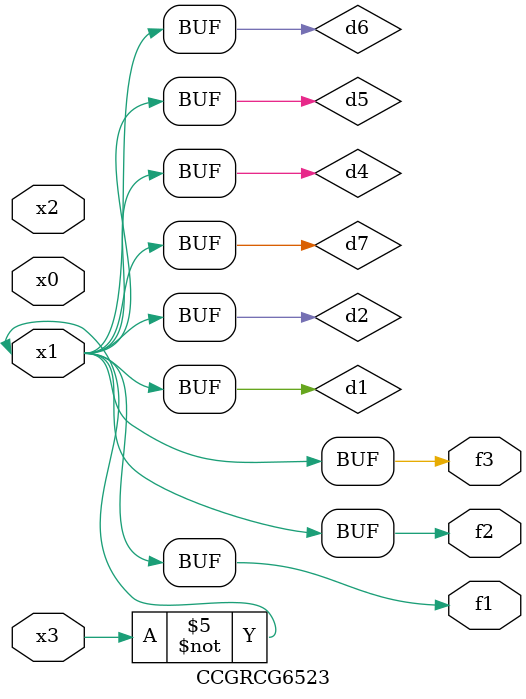
<source format=v>
module CCGRCG6523(
	input x0, x1, x2, x3,
	output f1, f2, f3
);

	wire d1, d2, d3, d4, d5, d6, d7;

	not (d1, x3);
	buf (d2, x1);
	xnor (d3, d1, d2);
	nor (d4, d1);
	buf (d5, d1, d2);
	buf (d6, d4, d5);
	nand (d7, d4);
	assign f1 = d6;
	assign f2 = d7;
	assign f3 = d6;
endmodule

</source>
